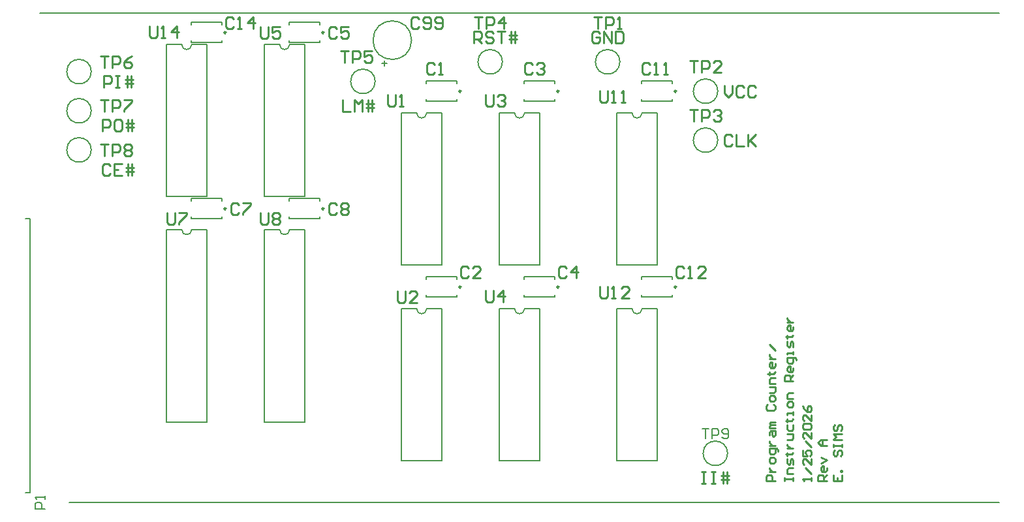
<source format=gto>
G04*
G04 #@! TF.GenerationSoftware,Altium Limited,Altium Designer,21.0.9 (235)*
G04*
G04 Layer_Color=65535*
%FSLAX25Y25*%
%MOIN*%
G70*
G04*
G04 #@! TF.SameCoordinates,FB95D301-224C-4E96-9DF8-CBEBB5970212*
G04*
G04*
G04 #@! TF.FilePolarity,Positive*
G04*
G01*
G75*
%ADD10C,0.00984*%
%ADD11C,0.00787*%
%ADD12C,0.00500*%
%ADD13C,0.01000*%
%ADD14C,0.00591*%
%ADD15C,0.00800*%
D10*
X375118Y220000D02*
G03*
X375118Y220000I-492J0D01*
G01*
X435118D02*
G03*
X435118Y220000I-492J0D01*
G01*
X205118Y350000D02*
G03*
X205118Y350000I-492J0D01*
G01*
X255118D02*
G03*
X255118Y350000I-492J0D01*
G01*
X325118Y220000D02*
G03*
X325118Y220000I-492J0D01*
G01*
X205118Y260000D02*
G03*
X205118Y260000I-492J0D01*
G01*
X375118Y320000D02*
G03*
X375118Y320000I-492J0D01*
G01*
X325118D02*
G03*
X325118Y320000I-492J0D01*
G01*
X435118D02*
G03*
X435118Y320000I-492J0D01*
G01*
X255118Y260000D02*
G03*
X255118Y260000I-492J0D01*
G01*
D11*
X406240Y335000D02*
G03*
X406240Y335000I-6240J0D01*
G01*
X346240D02*
G03*
X346240Y335000I-6240J0D01*
G01*
X232500Y343779D02*
G03*
X237500Y343779I2500J0D01*
G01*
X299843Y346063D02*
G03*
X299843Y346063I-9843J0D01*
G01*
X281240Y325000D02*
G03*
X281240Y325000I-6240J0D01*
G01*
X302500Y208780D02*
G03*
X307500Y208780I2500J0D01*
G01*
X182500Y249213D02*
G03*
X187500Y249213I2500J0D01*
G01*
X136240Y290000D02*
G03*
X136240Y290000I-6240J0D01*
G01*
Y310000D02*
G03*
X136240Y310000I-6240J0D01*
G01*
Y330000D02*
G03*
X136240Y330000I-6240J0D01*
G01*
X456240Y295000D02*
G03*
X456240Y295000I-6240J0D01*
G01*
Y320000D02*
G03*
X456240Y320000I-6240J0D01*
G01*
X461240Y135000D02*
G03*
X461240Y135000I-6240J0D01*
G01*
X302500Y308780D02*
G03*
X307500Y308780I2500J0D01*
G01*
X412500Y208780D02*
G03*
X417500Y208780I2500J0D01*
G01*
X352500Y308780D02*
G03*
X357500Y308780I2500J0D01*
G01*
X182500Y343779D02*
G03*
X187500Y343779I2500J0D01*
G01*
X352500Y208780D02*
G03*
X357500Y208780I2500J0D01*
G01*
X412500Y308780D02*
G03*
X417500Y308780I2500J0D01*
G01*
X232500Y249213D02*
G03*
X237500Y249213I2500J0D01*
G01*
X105000Y115000D02*
Y255000D01*
X102500D02*
X105000D01*
X102500Y115000D02*
X105000D01*
X357205Y224035D02*
Y225118D01*
X372953Y224035D02*
Y225118D01*
X357205Y214882D02*
Y215965D01*
X372953Y214882D02*
Y215965D01*
X357205Y225118D02*
X372953D01*
X357205Y214882D02*
X372953D01*
X417205Y224035D02*
Y225118D01*
X432953Y224035D02*
Y225118D01*
X417205Y214882D02*
Y215965D01*
X432953Y214882D02*
Y215965D01*
X417205Y225118D02*
X432953D01*
X417205Y214882D02*
X432953D01*
X187205Y354035D02*
Y355118D01*
X202953Y354035D02*
Y355118D01*
X187205Y344882D02*
Y345965D01*
X202953Y344882D02*
Y345965D01*
X187205Y355118D02*
X202953D01*
X187205Y344882D02*
X202953D01*
X224567Y343779D02*
X232500D01*
X237500D02*
X245433D01*
X224567Y266220D02*
X245433D01*
X224567D02*
Y343779D01*
X245433Y266220D02*
Y343779D01*
X237205Y354035D02*
Y355118D01*
X252953Y354035D02*
Y355118D01*
X237205Y344882D02*
Y345965D01*
X252953Y344882D02*
Y345965D01*
X237205Y355118D02*
X252953D01*
X237205Y344882D02*
X252953D01*
X294567Y208780D02*
X302500D01*
X307500D02*
X315433D01*
X294567Y131220D02*
X315433D01*
X294567D02*
Y208780D01*
X315433Y131220D02*
Y208780D01*
X307205Y224035D02*
Y225118D01*
X322953Y224035D02*
Y225118D01*
X307205Y214882D02*
Y215965D01*
X322953Y214882D02*
Y215965D01*
X307205Y225118D02*
X322953D01*
X307205Y214882D02*
X322953D01*
X195433Y150787D02*
Y249213D01*
X174567Y150787D02*
Y249213D01*
Y150787D02*
X195433D01*
X187500Y249213D02*
X195433D01*
X174567D02*
X182500D01*
X187205Y264035D02*
Y265118D01*
X202953Y264035D02*
Y265118D01*
X187205Y254882D02*
Y255965D01*
X202953Y254882D02*
Y255965D01*
X187205Y265118D02*
X202953D01*
X187205Y254882D02*
X202953D01*
X315433Y231221D02*
Y308780D01*
X294567Y231221D02*
Y308780D01*
Y231221D02*
X315433D01*
X307500Y308780D02*
X315433D01*
X294567D02*
X302500D01*
X425433Y131220D02*
Y208780D01*
X404567Y131220D02*
Y208780D01*
Y131220D02*
X425433D01*
X417500Y208780D02*
X425433D01*
X404567D02*
X412500D01*
X365433Y231221D02*
Y308780D01*
X344567Y231221D02*
Y308780D01*
Y231221D02*
X365433D01*
X357500Y308780D02*
X365433D01*
X344567D02*
X352500D01*
X195433Y266220D02*
Y343779D01*
X174567Y266220D02*
Y343779D01*
Y266220D02*
X195433D01*
X187500Y343779D02*
X195433D01*
X174567D02*
X182500D01*
X357205Y314882D02*
X372953D01*
X357205Y325118D02*
X372953D01*
Y314882D02*
Y315965D01*
X357205Y314882D02*
Y315965D01*
X372953Y324035D02*
Y325118D01*
X357205Y324035D02*
Y325118D01*
X365433Y131220D02*
Y208780D01*
X344567Y131220D02*
Y208780D01*
Y131220D02*
X365433D01*
X357500Y208780D02*
X365433D01*
X344567D02*
X352500D01*
X307205Y314882D02*
X322953D01*
X307205Y325118D02*
X322953D01*
Y314882D02*
Y315965D01*
X307205Y314882D02*
Y315965D01*
X322953Y324035D02*
Y325118D01*
X307205Y324035D02*
Y325118D01*
X417205Y314882D02*
X432953D01*
X417205Y325118D02*
X432953D01*
Y314882D02*
Y315965D01*
X417205Y314882D02*
Y315965D01*
X432953Y324035D02*
Y325118D01*
X417205Y324035D02*
Y325118D01*
X425433Y231221D02*
Y308780D01*
X404567Y231221D02*
Y308780D01*
Y231221D02*
X425433D01*
X417500Y308780D02*
X425433D01*
X404567D02*
X412500D01*
X237205Y264035D02*
Y265118D01*
X252953Y264035D02*
Y265118D01*
X237205Y254882D02*
Y255965D01*
X252953Y254882D02*
Y255965D01*
X237205Y265118D02*
X252953D01*
X237205Y254882D02*
X252953D01*
X224567Y249213D02*
X232500D01*
X237500D02*
X245433D01*
X224567Y150787D02*
X245433D01*
X224567D02*
Y249213D01*
X245433Y150787D02*
Y249213D01*
D12*
X125000Y110000D02*
X600000Y110000D01*
X110000Y360000D02*
X600000Y360000D01*
D13*
X485499Y121000D02*
X481000D01*
Y123249D01*
X481750Y123999D01*
X483249D01*
X483999Y123249D01*
Y121000D01*
X482500Y125498D02*
X485499D01*
X483999D01*
X483249Y126248D01*
X482500Y126998D01*
Y127748D01*
X485499Y130747D02*
Y132246D01*
X484749Y132996D01*
X483249D01*
X482500Y132246D01*
Y130747D01*
X483249Y129997D01*
X484749D01*
X485499Y130747D01*
X486998Y135995D02*
Y136745D01*
X486248Y137495D01*
X482500D01*
Y135245D01*
X483249Y134496D01*
X484749D01*
X485499Y135245D01*
Y137495D01*
X482500Y138994D02*
X485499D01*
X483999D01*
X483249Y139744D01*
X482500Y140494D01*
Y141244D01*
Y144243D02*
Y145742D01*
X483249Y146492D01*
X485499D01*
Y144243D01*
X484749Y143493D01*
X483999Y144243D01*
Y146492D01*
X485499Y147991D02*
X482500D01*
Y148741D01*
X483249Y149491D01*
X485499D01*
X483249D01*
X482500Y150241D01*
X483249Y150990D01*
X485499D01*
X481750Y159987D02*
X481000Y159238D01*
Y157738D01*
X481750Y156988D01*
X484749D01*
X485499Y157738D01*
Y159238D01*
X484749Y159987D01*
X485499Y162237D02*
Y163736D01*
X484749Y164486D01*
X483249D01*
X482500Y163736D01*
Y162237D01*
X483249Y161487D01*
X484749D01*
X485499Y162237D01*
X482500Y165986D02*
X484749D01*
X485499Y166735D01*
Y168984D01*
X482500D01*
X485499Y170484D02*
X482500D01*
Y172733D01*
X483249Y173483D01*
X485499D01*
X481750Y175732D02*
X482500D01*
Y174983D01*
Y176482D01*
Y175732D01*
X484749D01*
X485499Y176482D01*
Y180981D02*
Y179481D01*
X484749Y178731D01*
X483249D01*
X482500Y179481D01*
Y180981D01*
X483249Y181730D01*
X483999D01*
Y178731D01*
X482500Y183230D02*
X485499D01*
X483999D01*
X483249Y183980D01*
X482500Y184729D01*
Y185479D01*
X485499Y187729D02*
X482500Y190727D01*
X490298Y121000D02*
Y122500D01*
Y121750D01*
X494796D01*
Y121000D01*
Y122500D01*
Y124749D02*
X491797D01*
Y126998D01*
X492547Y127748D01*
X494796D01*
Y129247D02*
Y131497D01*
X494047Y132246D01*
X493297Y131497D01*
Y129997D01*
X492547Y129247D01*
X491797Y129997D01*
Y132246D01*
X491047Y134496D02*
X491797D01*
Y133746D01*
Y135245D01*
Y134496D01*
X494047D01*
X494796Y135245D01*
X491797Y137495D02*
X494796D01*
X493297D01*
X492547Y138244D01*
X491797Y138994D01*
Y139744D01*
Y141993D02*
X494047D01*
X494796Y142743D01*
Y144992D01*
X491797D01*
Y149491D02*
Y147241D01*
X492547Y146492D01*
X494047D01*
X494796Y147241D01*
Y149491D01*
X491047Y151740D02*
X491797D01*
Y150990D01*
Y152490D01*
Y151740D01*
X494047D01*
X494796Y152490D01*
Y154739D02*
Y156239D01*
Y155489D01*
X491797D01*
Y154739D01*
X494796Y159238D02*
Y160737D01*
X494047Y161487D01*
X492547D01*
X491797Y160737D01*
Y159238D01*
X492547Y158488D01*
X494047D01*
X494796Y159238D01*
Y162986D02*
X491797D01*
Y165236D01*
X492547Y165986D01*
X494796D01*
Y171984D02*
X490298D01*
Y174233D01*
X491047Y174983D01*
X492547D01*
X493297Y174233D01*
Y171984D01*
Y173483D02*
X494796Y174983D01*
Y178731D02*
Y177232D01*
X494047Y176482D01*
X492547D01*
X491797Y177232D01*
Y178731D01*
X492547Y179481D01*
X493297D01*
Y176482D01*
X496296Y182480D02*
Y183230D01*
X495546Y183980D01*
X491797D01*
Y181730D01*
X492547Y180981D01*
X494047D01*
X494796Y181730D01*
Y183980D01*
Y185479D02*
Y186979D01*
Y186229D01*
X491797D01*
Y185479D01*
X494796Y189228D02*
Y191477D01*
X494047Y192227D01*
X493297Y191477D01*
Y189978D01*
X492547Y189228D01*
X491797Y189978D01*
Y192227D01*
X491047Y194476D02*
X491797D01*
Y193727D01*
Y195226D01*
Y194476D01*
X494047D01*
X494796Y195226D01*
Y199725D02*
Y198225D01*
X494047Y197475D01*
X492547D01*
X491797Y198225D01*
Y199725D01*
X492547Y200474D01*
X493297D01*
Y197475D01*
X491797Y201974D02*
X494796D01*
X493297D01*
X492547Y202724D01*
X491797Y203473D01*
Y204223D01*
X504094Y121000D02*
Y122500D01*
Y121750D01*
X499596D01*
X500345Y121000D01*
X504094Y124749D02*
X501095Y127748D01*
X504094Y132246D02*
Y129247D01*
X501095Y132246D01*
X500345D01*
X499596Y131497D01*
Y129997D01*
X500345Y129247D01*
X499596Y136745D02*
Y133746D01*
X501845D01*
X501095Y135245D01*
Y135995D01*
X501845Y136745D01*
X503344D01*
X504094Y135995D01*
Y134496D01*
X503344Y133746D01*
X504094Y138244D02*
X501095Y141244D01*
X504094Y145742D02*
Y142743D01*
X501095Y145742D01*
X500345D01*
X499596Y144992D01*
Y143493D01*
X500345Y142743D01*
Y147241D02*
X499596Y147991D01*
Y149491D01*
X500345Y150241D01*
X503344D01*
X504094Y149491D01*
Y147991D01*
X503344Y147241D01*
X500345D01*
X504094Y154739D02*
Y151740D01*
X501095Y154739D01*
X500345D01*
X499596Y153989D01*
Y152490D01*
X500345Y151740D01*
X499596Y159238D02*
X500345Y157738D01*
X501845Y156239D01*
X503344D01*
X504094Y156988D01*
Y158488D01*
X503344Y159238D01*
X502595D01*
X501845Y158488D01*
Y156239D01*
X511892Y121000D02*
X507394D01*
Y123249D01*
X508144Y123999D01*
X509643D01*
X510393Y123249D01*
Y121000D01*
Y122500D02*
X511892Y123999D01*
Y127748D02*
Y126248D01*
X511143Y125498D01*
X509643D01*
X508893Y126248D01*
Y127748D01*
X509643Y128498D01*
X510393D01*
Y125498D01*
X508893Y129997D02*
X511892Y131497D01*
X508893Y132996D01*
X511892Y138994D02*
X508893D01*
X507394Y140494D01*
X508893Y141993D01*
X511892D01*
X509643D01*
Y138994D01*
X515192Y123999D02*
Y121000D01*
X519691D01*
Y123999D01*
X517441Y121000D02*
Y122500D01*
X519691Y125498D02*
X518941D01*
Y126248D01*
X519691D01*
Y125498D01*
X515942Y136745D02*
X515192Y135995D01*
Y134496D01*
X515942Y133746D01*
X516692D01*
X517441Y134496D01*
Y135995D01*
X518191Y136745D01*
X518941D01*
X519691Y135995D01*
Y134496D01*
X518941Y133746D01*
X515192Y138244D02*
Y139744D01*
Y138994D01*
X519691D01*
Y138244D01*
Y139744D01*
Y141993D02*
X515192D01*
X516692Y143493D01*
X515192Y144992D01*
X519691D01*
X515942Y149491D02*
X515192Y148741D01*
Y147241D01*
X515942Y146492D01*
X516692D01*
X517441Y147241D01*
Y148741D01*
X518191Y149491D01*
X518941D01*
X519691Y148741D01*
Y147241D01*
X518941Y146492D01*
X166000Y353198D02*
Y348200D01*
X167000Y347200D01*
X168999D01*
X169999Y348200D01*
Y353198D01*
X171998Y347200D02*
X173997D01*
X172998D01*
Y353198D01*
X171998Y352198D01*
X179996Y347200D02*
Y353198D01*
X176996Y350199D01*
X180995D01*
X396000Y220198D02*
Y215200D01*
X397000Y214200D01*
X398999D01*
X399999Y215200D01*
Y220198D01*
X401998Y214200D02*
X403997D01*
X402998D01*
Y220198D01*
X401998Y219198D01*
X410995Y214200D02*
X406996D01*
X410995Y218199D01*
Y219198D01*
X409996Y220198D01*
X407996D01*
X406996Y219198D01*
X396000Y320198D02*
Y315200D01*
X397000Y314200D01*
X398999D01*
X399999Y315200D01*
Y320198D01*
X401998Y314200D02*
X403997D01*
X402998D01*
Y320198D01*
X401998Y319198D01*
X406996Y314200D02*
X408996D01*
X407996D01*
Y320198D01*
X406996Y319198D01*
X175002Y257999D02*
Y253001D01*
X176001Y252001D01*
X178001D01*
X179000Y253001D01*
Y257999D01*
X181000D02*
X184998D01*
Y256999D01*
X181000Y253001D01*
Y252001D01*
X222502Y352999D02*
Y348001D01*
X223501Y347001D01*
X225501D01*
X226500Y348001D01*
Y352999D01*
X232498D02*
X228500D01*
Y350000D01*
X230499Y351000D01*
X231499D01*
X232498Y350000D01*
Y348001D01*
X231499Y347001D01*
X229499D01*
X228500Y348001D01*
X337600Y218198D02*
Y213200D01*
X338600Y212200D01*
X340599D01*
X341599Y213200D01*
Y218198D01*
X346597Y212200D02*
Y218198D01*
X343598Y215199D01*
X347597D01*
X337600Y318198D02*
Y313200D01*
X338600Y312200D01*
X340599D01*
X341599Y313200D01*
Y318198D01*
X343598Y317198D02*
X344598Y318198D01*
X346597D01*
X347597Y317198D01*
Y316199D01*
X346597Y315199D01*
X345597D01*
X346597D01*
X347597Y314199D01*
Y313200D01*
X346597Y312200D01*
X344598D01*
X343598Y313200D01*
X292502Y217999D02*
Y213001D01*
X293501Y212001D01*
X295501D01*
X296500Y213001D01*
Y217999D01*
X302498Y212001D02*
X298500D01*
X302498Y216000D01*
Y216999D01*
X301499Y217999D01*
X299499D01*
X298500Y216999D01*
X287600Y318198D02*
Y313200D01*
X288600Y312200D01*
X290599D01*
X291599Y313200D01*
Y318198D01*
X293598Y312200D02*
X295597D01*
X294598D01*
Y318198D01*
X293598Y317198D01*
X442003Y335499D02*
X446001D01*
X444002D01*
Y329501D01*
X448001D02*
Y335499D01*
X451000D01*
X451999Y334499D01*
Y332500D01*
X451000Y331500D01*
X448001D01*
X457997Y329501D02*
X453999D01*
X457997Y333500D01*
Y334499D01*
X456998Y335499D01*
X454998D01*
X453999Y334499D01*
X459503Y322999D02*
Y319000D01*
X461502Y317001D01*
X463501Y319000D01*
Y322999D01*
X469499Y321999D02*
X468500Y322999D01*
X466500D01*
X465501Y321999D01*
Y318001D01*
X466500Y317001D01*
X468500D01*
X469499Y318001D01*
X475497Y321999D02*
X474498Y322999D01*
X472498D01*
X471499Y321999D01*
Y318001D01*
X472498Y317001D01*
X474498D01*
X475497Y318001D01*
X393002Y357999D02*
X397001D01*
X395002D01*
Y352001D01*
X399000D02*
Y357999D01*
X401999D01*
X402999Y356999D01*
Y355000D01*
X401999Y354000D01*
X399000D01*
X404998Y352001D02*
X406998D01*
X405998D01*
Y357999D01*
X404998Y356999D01*
X396001Y349499D02*
X395002Y350499D01*
X393002D01*
X392003Y349499D01*
Y345501D01*
X393002Y344501D01*
X395002D01*
X396001Y345501D01*
Y347500D01*
X394002D01*
X398001Y344501D02*
Y350499D01*
X401999Y344501D01*
Y350499D01*
X403999D02*
Y344501D01*
X406998D01*
X407997Y345501D01*
Y349499D01*
X406998Y350499D01*
X403999D01*
X303501Y356999D02*
X302502Y357999D01*
X300502D01*
X299503Y356999D01*
Y353001D01*
X300502Y352001D01*
X302502D01*
X303501Y353001D01*
X305501D02*
X306500Y352001D01*
X308500D01*
X309499Y353001D01*
Y356999D01*
X308500Y357999D01*
X306500D01*
X305501Y356999D01*
Y356000D01*
X306500Y355000D01*
X309499D01*
X311499Y353001D02*
X312498Y352001D01*
X314498D01*
X315497Y353001D01*
Y356999D01*
X314498Y357999D01*
X312498D01*
X311499Y356999D01*
Y356000D01*
X312498Y355000D01*
X315497D01*
X209001Y356999D02*
X208001Y357999D01*
X206002D01*
X205002Y356999D01*
Y353001D01*
X206002Y352001D01*
X208001D01*
X209001Y353001D01*
X211000Y352001D02*
X213000D01*
X212000D01*
Y357999D01*
X211000Y356999D01*
X218998Y352001D02*
Y357999D01*
X215999Y355000D01*
X219998D01*
X439001Y229499D02*
X438001Y230499D01*
X436002D01*
X435002Y229499D01*
Y225501D01*
X436002Y224501D01*
X438001D01*
X439001Y225501D01*
X441001Y224501D02*
X443000D01*
X442000D01*
Y230499D01*
X441001Y229499D01*
X449998Y224501D02*
X445999D01*
X449998Y228500D01*
Y229499D01*
X448998Y230499D01*
X446999D01*
X445999Y229499D01*
X421699Y333598D02*
X420699Y334598D01*
X418700D01*
X417700Y333598D01*
Y329600D01*
X418700Y328600D01*
X420699D01*
X421699Y329600D01*
X423698Y328600D02*
X425697D01*
X424698D01*
Y334598D01*
X423698Y333598D01*
X428696Y328600D02*
X430696D01*
X429696D01*
Y334598D01*
X428696Y333598D01*
X211500Y261999D02*
X210501Y262999D01*
X208501D01*
X207502Y261999D01*
Y258001D01*
X208501Y257001D01*
X210501D01*
X211500Y258001D01*
X213500Y262999D02*
X217498D01*
Y261999D01*
X213500Y258001D01*
Y257001D01*
X261500Y351999D02*
X260501Y352999D01*
X258501D01*
X257502Y351999D01*
Y348001D01*
X258501Y347001D01*
X260501D01*
X261500Y348001D01*
X267498Y352999D02*
X263500D01*
Y350000D01*
X265499Y351000D01*
X266499D01*
X267498Y350000D01*
Y348001D01*
X266499Y347001D01*
X264499D01*
X263500Y348001D01*
X379000Y229499D02*
X378001Y230499D01*
X376001D01*
X375002Y229499D01*
Y225501D01*
X376001Y224501D01*
X378001D01*
X379000Y225501D01*
X383999Y224501D02*
Y230499D01*
X381000Y227500D01*
X384998D01*
X361699Y333598D02*
X360699Y334598D01*
X358700D01*
X357700Y333598D01*
Y329600D01*
X358700Y328600D01*
X360699D01*
X361699Y329600D01*
X363698Y333598D02*
X364698Y334598D01*
X366697D01*
X367697Y333598D01*
Y332599D01*
X366697Y331599D01*
X365697D01*
X366697D01*
X367697Y330599D01*
Y329600D01*
X366697Y328600D01*
X364698D01*
X363698Y329600D01*
X329000Y229499D02*
X328001Y230499D01*
X326001D01*
X325002Y229499D01*
Y225501D01*
X326001Y224501D01*
X328001D01*
X329000Y225501D01*
X334998Y224501D02*
X331000D01*
X334998Y228500D01*
Y229499D01*
X333999Y230499D01*
X331999D01*
X331000Y229499D01*
X311699Y333598D02*
X310699Y334598D01*
X308700D01*
X307700Y333598D01*
Y329600D01*
X308700Y328600D01*
X310699D01*
X311699Y329600D01*
X313698Y328600D02*
X315697D01*
X314698D01*
Y334598D01*
X313698Y333598D01*
X448002Y125499D02*
X450002D01*
X449002D01*
Y119501D01*
X448002D01*
X450002D01*
X453001Y125499D02*
X455000D01*
X454000D01*
Y119501D01*
X453001D01*
X455000D01*
X458999D02*
Y125499D01*
X460998D02*
Y119501D01*
X457999Y123500D02*
X460998D01*
X461998D01*
X457999Y121500D02*
X461998D01*
X141000Y292999D02*
X144999D01*
X142999D01*
Y287001D01*
X146998D02*
Y292999D01*
X149997D01*
X150997Y291999D01*
Y290000D01*
X149997Y289000D01*
X146998D01*
X152996Y291999D02*
X153996Y292999D01*
X155995D01*
X156995Y291999D01*
Y291000D01*
X155995Y290000D01*
X156995Y289000D01*
Y288001D01*
X155995Y287001D01*
X153996D01*
X152996Y288001D01*
Y289000D01*
X153996Y290000D01*
X152996Y291000D01*
Y291999D01*
X153996Y290000D02*
X155995D01*
X146001Y281999D02*
X145002Y282999D01*
X143002D01*
X142003Y281999D01*
Y278001D01*
X143002Y277001D01*
X145002D01*
X146001Y278001D01*
X151999Y282999D02*
X148001D01*
Y277001D01*
X151999D01*
X148001Y280000D02*
X150000D01*
X154998Y277001D02*
Y282999D01*
X156998D02*
Y277001D01*
X153999Y281000D02*
X156998D01*
X157997D01*
X153999Y279000D02*
X157997D01*
X141000Y315499D02*
X144999D01*
X142999D01*
Y309501D01*
X146998D02*
Y315499D01*
X149997D01*
X150997Y314499D01*
Y312500D01*
X149997Y311500D01*
X146998D01*
X152996Y315499D02*
X156995D01*
Y314499D01*
X152996Y310501D01*
Y309501D01*
X142003Y299501D02*
Y305499D01*
X145002D01*
X146001Y304499D01*
Y302500D01*
X145002Y301500D01*
X142003D01*
X151000Y305499D02*
X149000D01*
X148001Y304499D01*
Y300501D01*
X149000Y299501D01*
X151000D01*
X151999Y300501D01*
Y304499D01*
X151000Y305499D01*
X154998Y299501D02*
Y305499D01*
X156998D02*
Y299501D01*
X153999Y303500D02*
X156998D01*
X157997D01*
X153999Y301500D02*
X157997D01*
X141000Y337999D02*
X144999D01*
X142999D01*
Y332001D01*
X146998D02*
Y337999D01*
X149997D01*
X150997Y336999D01*
Y335000D01*
X149997Y334000D01*
X146998D01*
X156995Y337999D02*
X154996Y336999D01*
X152996Y335000D01*
Y333001D01*
X153996Y332001D01*
X155995D01*
X156995Y333001D01*
Y334000D01*
X155995Y335000D01*
X152996D01*
X142502Y322001D02*
Y327999D01*
X145501D01*
X146501Y326999D01*
Y325000D01*
X145501Y324000D01*
X142502D01*
X148501Y327999D02*
X150500D01*
X149500D01*
Y322001D01*
X148501D01*
X150500D01*
X154499D02*
Y327999D01*
X156498D02*
Y322001D01*
X153499Y326000D02*
X156498D01*
X157498D01*
X153499Y324000D02*
X157498D01*
X263500Y340499D02*
X267499D01*
X265499D01*
Y334501D01*
X269498D02*
Y340499D01*
X272497D01*
X273497Y339499D01*
Y337500D01*
X272497Y336500D01*
X269498D01*
X279495Y340499D02*
X275496D01*
Y337500D01*
X277496Y338500D01*
X278495D01*
X279495Y337500D01*
Y335501D01*
X278495Y334501D01*
X276496D01*
X275496Y335501D01*
X264503Y315499D02*
Y309501D01*
X268501D01*
X270501D02*
Y315499D01*
X272500Y313500D01*
X274499Y315499D01*
Y309501D01*
X277498D02*
Y315499D01*
X279498D02*
Y309501D01*
X276499Y313500D02*
X279498D01*
X280497D01*
X276499Y311500D02*
X280497D01*
X222502Y257999D02*
Y253001D01*
X223501Y252001D01*
X225501D01*
X226500Y253001D01*
Y257999D01*
X228500Y256999D02*
X229499Y257999D01*
X231499D01*
X232498Y256999D01*
Y256000D01*
X231499Y255000D01*
X232498Y254000D01*
Y253001D01*
X231499Y252001D01*
X229499D01*
X228500Y253001D01*
Y254000D01*
X229499Y255000D01*
X228500Y256000D01*
Y256999D01*
X229499Y255000D02*
X231499D01*
X442003Y310499D02*
X446001D01*
X444002D01*
Y304501D01*
X448001D02*
Y310499D01*
X451000D01*
X451999Y309499D01*
Y307500D01*
X451000Y306500D01*
X448001D01*
X453999Y309499D02*
X454998Y310499D01*
X456998D01*
X457997Y309499D01*
Y308500D01*
X456998Y307500D01*
X455998D01*
X456998D01*
X457997Y306500D01*
Y305501D01*
X456998Y304501D01*
X454998D01*
X453999Y305501D01*
X463501Y296999D02*
X462502Y297999D01*
X460502D01*
X459503Y296999D01*
Y293001D01*
X460502Y292001D01*
X462502D01*
X463501Y293001D01*
X465501Y297999D02*
Y292001D01*
X469499D01*
X471499Y297999D02*
Y292001D01*
Y294000D01*
X475497Y297999D01*
X472498Y295000D01*
X475497Y292001D01*
X332003Y357999D02*
X336001D01*
X334002D01*
Y352001D01*
X338001D02*
Y357999D01*
X341000D01*
X341999Y356999D01*
Y355000D01*
X341000Y354000D01*
X338001D01*
X346998Y352001D02*
Y357999D01*
X343999Y355000D01*
X347997D01*
X331504Y344501D02*
Y350499D01*
X334503D01*
X335502Y349499D01*
Y347500D01*
X334503Y346500D01*
X331504D01*
X333503D02*
X335502Y344501D01*
X341500Y349499D02*
X340501Y350499D01*
X338501D01*
X337502Y349499D01*
Y348500D01*
X338501Y347500D01*
X340501D01*
X341500Y346500D01*
Y345501D01*
X340501Y344501D01*
X338501D01*
X337502Y345501D01*
X343500Y350499D02*
X347498D01*
X345499D01*
Y344501D01*
X350497D02*
Y350499D01*
X352497D02*
Y344501D01*
X349498Y348500D02*
X352497D01*
X353497D01*
X349498Y346500D02*
X353497D01*
X261500Y261999D02*
X260501Y262999D01*
X258501D01*
X257502Y261999D01*
Y258001D01*
X258501Y257001D01*
X260501D01*
X261500Y258001D01*
X263500Y261999D02*
X264499Y262999D01*
X266499D01*
X267498Y261999D01*
Y261000D01*
X266499Y260000D01*
X267498Y259000D01*
Y258001D01*
X266499Y257001D01*
X264499D01*
X263500Y258001D01*
Y259000D01*
X264499Y260000D01*
X263500Y261000D01*
Y261999D01*
X264499Y260000D02*
X266499D01*
D14*
X286063Y335585D02*
Y332919D01*
X287396Y334252D02*
X284730D01*
D15*
X112499Y106668D02*
X107501D01*
Y109167D01*
X108334Y110000D01*
X110000D01*
X110833Y109167D01*
Y106668D01*
X112499Y111666D02*
Y113332D01*
Y112499D01*
X107501D01*
X108334Y111666D01*
X448336Y147499D02*
X451668D01*
X450002D01*
Y142501D01*
X453334D02*
Y147499D01*
X455833D01*
X456666Y146666D01*
Y145000D01*
X455833Y144167D01*
X453334D01*
X458332Y143334D02*
X459165Y142501D01*
X460831D01*
X461664Y143334D01*
Y146666D01*
X460831Y147499D01*
X459165D01*
X458332Y146666D01*
Y145833D01*
X459165Y145000D01*
X461664D01*
M02*

</source>
